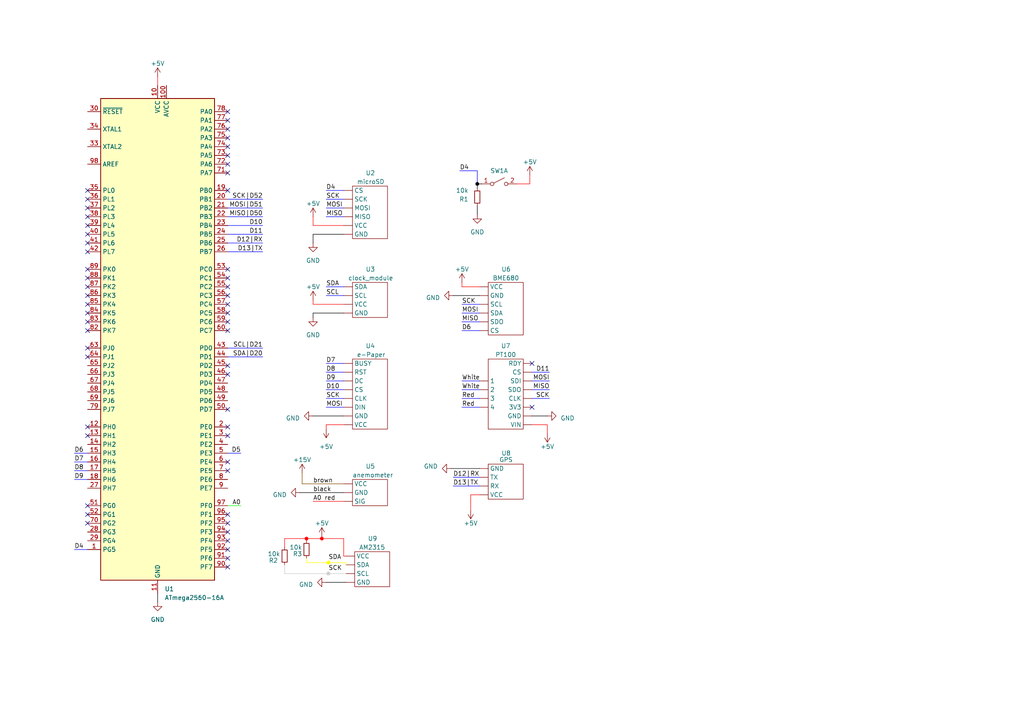
<source format=kicad_sch>
(kicad_sch (version 20230121) (generator eeschema)
  (paper "A4")
  (lib_symbols
    (symbol "Device:R_Small" (pin_numbers hide) (pin_names (offset 0.254) hide)
      (property "Reference" "R" (at 0.762 0.508 0))
      (property "Value" "R_Small" (at 0.762 -1.016 0))
      (symbol "R_Small_0_1"
        (rectangle (start -0.762 1.778) (end 0.762 -1.778) (stroke (width 0.2032)))
      )
      (symbol "R_Small_1_1"
        (pin passive line (at 0 2.54 270) (length 0.762) (name "~") (number "1"))
        (pin passive line (at 0 -2.54 90) (length 0.762) (name "~") (number "2"))
      )
    )
    (symbol "MCU_Microchip_ATmega:ATmega2560-16A"
      (property "Reference" "U" (at 0 1.27 0))
      (property "Value" "ATmega2560-16A" (at 0 -1.27 0))
      (symbol "ATmega2560-16A_0_1"
        (rectangle (start -16.51 -69.85) (end 16.51 69.85) (stroke (width 0.254)) (fill (type background)))
      )
      (symbol "ATmega2560-16A_1_1"
        (pin bidirectional line (at -20.32 -60.96 0) (length 3.81) (name "PG5") (number "1"))
        (pin power_in line (at 0 73.66 270) (length 3.81) (name "VCC") (number "10"))
        (pin power_in line (at 2.54 73.66 270) (length 3.81) (name "AVCC") (number "100"))
        (pin power_in line (at 0 -73.66 90) (length 3.81) (name "GND") (number "11"))
        (pin bidirectional line (at -20.32 -25.4 0) (length 3.81) (name "PH0") (number "12"))
        (pin bidirectional line (at -20.32 -27.94 0) (length 3.81) (name "PH1") (number "13"))
        (pin bidirectional line (at -20.32 -30.48 0) (length 3.81) (name "PH2") (number "14"))
        (pin bidirectional line (at -20.32 -33.02 0) (length 3.81) (name "PH3") (number "15"))
        (pin bidirectional line (at -20.32 -35.56 0) (length 3.81) (name "PH4") (number "16"))
        (pin bidirectional line (at -20.32 -38.1 0) (length 3.81) (name "PH5") (number "17"))
        (pin bidirectional line (at -20.32 -40.64 0) (length 3.81) (name "PH6") (number "18"))
        (pin bidirectional line (at 20.32 43.18 180) (length 3.81) (name "PB0") (number "19"))
        (pin bidirectional line (at 20.32 -25.4 180) (length 3.81) (name "PE0") (number "2"))
        (pin bidirectional line (at 20.32 40.64 180) (length 3.81) (name "PB1") (number "20"))
        (pin bidirectional line (at 20.32 38.1 180) (length 3.81) (name "PB2") (number "21"))
        (pin bidirectional line (at 20.32 35.56 180) (length 3.81) (name "PB3") (number "22"))
        (pin bidirectional line (at 20.32 33.02 180) (length 3.81) (name "PB4") (number "23"))
        (pin bidirectional line (at 20.32 30.48 180) (length 3.81) (name "PB5") (number "24"))
        (pin bidirectional line (at 20.32 27.94 180) (length 3.81) (name "PB6") (number "25"))
        (pin bidirectional line (at 20.32 25.4 180) (length 3.81) (name "PB7") (number "26"))
        (pin bidirectional line (at -20.32 -43.18 0) (length 3.81) (name "PH7") (number "27"))
        (pin bidirectional line (at -20.32 -55.88 0) (length 3.81) (name "PG3") (number "28"))
        (pin bidirectional line (at -20.32 -58.42 0) (length 3.81) (name "PG4") (number "29"))
        (pin bidirectional line (at 20.32 -27.94 180) (length 3.81) (name "PE1") (number "3"))
        (pin input line (at -20.32 66.04 0) (length 3.81) (name "~{RESET}") (number "30"))
        (pin passive line (at 0 73.66 270) (length 3.81) hide (name "VCC") (number "31"))
        (pin passive line (at 0 -73.66 90) (length 3.81) hide (name "GND") (number "32"))
        (pin output line (at -20.32 55.88 0) (length 3.81) (name "XTAL2") (number "33"))
        (pin input line (at -20.32 60.96 0) (length 3.81) (name "XTAL1") (number "34"))
        (pin bidirectional line (at -20.32 43.18 0) (length 3.81) (name "PL0") (number "35"))
        (pin bidirectional line (at -20.32 40.64 0) (length 3.81) (name "PL1") (number "36"))
        (pin bidirectional line (at -20.32 38.1 0) (length 3.81) (name "PL2") (number "37"))
        (pin bidirectional line (at -20.32 35.56 0) (length 3.81) (name "PL3") (number "38"))
        (pin bidirectional line (at -20.32 33.02 0) (length 3.81) (name "PL4") (number "39"))
        (pin bidirectional line (at 20.32 -30.48 180) (length 3.81) (name "PE2") (number "4"))
        (pin bidirectional line (at -20.32 30.48 0) (length 3.81) (name "PL5") (number "40"))
        (pin bidirectional line (at -20.32 27.94 0) (length 3.81) (name "PL6") (number "41"))
        (pin bidirectional line (at -20.32 25.4 0) (length 3.81) (name "PL7") (number "42"))
        (pin bidirectional line (at 20.32 -2.54 180) (length 3.81) (name "PD0") (number "43"))
        (pin bidirectional line (at 20.32 -5.08 180) (length 3.81) (name "PD1") (number "44"))
        (pin bidirectional line (at 20.32 -7.62 180) (length 3.81) (name "PD2") (number "45"))
        (pin bidirectional line (at 20.32 -10.16 180) (length 3.81) (name "PD3") (number "46"))
        (pin bidirectional line (at 20.32 -12.7 180) (length 3.81) (name "PD4") (number "47"))
        (pin bidirectional line (at 20.32 -15.24 180) (length 3.81) (name "PD5") (number "48"))
        (pin bidirectional line (at 20.32 -17.78 180) (length 3.81) (name "PD6") (number "49"))
        (pin bidirectional line (at 20.32 -33.02 180) (length 3.81) (name "PE3") (number "5"))
        (pin bidirectional line (at 20.32 -20.32 180) (length 3.81) (name "PD7") (number "50"))
        (pin bidirectional line (at -20.32 -48.26 0) (length 3.81) (name "PG0") (number "51"))
        (pin bidirectional line (at -20.32 -50.8 0) (length 3.81) (name "PG1") (number "52"))
        (pin bidirectional line (at 20.32 20.32 180) (length 3.81) (name "PC0") (number "53"))
        (pin bidirectional line (at 20.32 17.78 180) (length 3.81) (name "PC1") (number "54"))
        (pin bidirectional line (at 20.32 15.24 180) (length 3.81) (name "PC2") (number "55"))
        (pin bidirectional line (at 20.32 12.7 180) (length 3.81) (name "PC3") (number "56"))
        (pin bidirectional line (at 20.32 10.16 180) (length 3.81) (name "PC4") (number "57"))
        (pin bidirectional line (at 20.32 7.62 180) (length 3.81) (name "PC5") (number "58"))
        (pin bidirectional line (at 20.32 5.08 180) (length 3.81) (name "PC6") (number "59"))
        (pin bidirectional line (at 20.32 -35.56 180) (length 3.81) (name "PE4") (number "6"))
        (pin bidirectional line (at 20.32 2.54 180) (length 3.81) (name "PC7") (number "60"))
        (pin passive line (at 0 73.66 270) (length 3.81) hide (name "VCC") (number "61"))
        (pin passive line (at 0 -73.66 90) (length 3.81) hide (name "GND") (number "62"))
        (pin bidirectional line (at -20.32 -2.54 0) (length 3.81) (name "PJ0") (number "63"))
        (pin bidirectional line (at -20.32 -5.08 0) (length 3.81) (name "PJ1") (number "64"))
        (pin bidirectional line (at -20.32 -7.62 0) (length 3.81) (name "PJ2") (number "65"))
        (pin bidirectional line (at -20.32 -10.16 0) (length 3.81) (name "PJ3") (number "66"))
        (pin bidirectional line (at -20.32 -12.7 0) (length 3.81) (name "PJ4") (number "67"))
        (pin bidirectional line (at -20.32 -15.24 0) (length 3.81) (name "PJ5") (number "68"))
        (pin bidirectional line (at -20.32 -17.78 0) (length 3.81) (name "PJ6") (number "69"))
        (pin bidirectional line (at 20.32 -38.1 180) (length 3.81) (name "PE5") (number "7"))
        (pin bidirectional line (at -20.32 -53.34 0) (length 3.81) (name "PG2") (number "70"))
        (pin bidirectional line (at 20.32 48.26 180) (length 3.81) (name "PA7") (number "71"))
        (pin bidirectional line (at 20.32 50.8 180) (length 3.81) (name "PA6") (number "72"))
        (pin bidirectional line (at 20.32 53.34 180) (length 3.81) (name "PA5") (number "73"))
        (pin bidirectional line (at 20.32 55.88 180) (length 3.81) (name "PA4") (number "74"))
        (pin bidirectional line (at 20.32 58.42 180) (length 3.81) (name "PA3") (number "75"))
        (pin bidirectional line (at 20.32 60.96 180) (length 3.81) (name "PA2") (number "76"))
        (pin bidirectional line (at 20.32 63.5 180) (length 3.81) (name "PA1") (number "77"))
        (pin bidirectional line (at 20.32 66.04 180) (length 3.81) (name "PA0") (number "78"))
        (pin bidirectional line (at -20.32 -20.32 0) (length 3.81) (name "PJ7") (number "79"))
        (pin bidirectional line (at 20.32 -40.64 180) (length 3.81) (name "PE6") (number "8"))
        (pin passive line (at 0 73.66 270) (length 3.81) hide (name "VCC") (number "80"))
        (pin passive line (at 0 -73.66 90) (length 3.81) hide (name "GND") (number "81"))
        (pin bidirectional line (at -20.32 2.54 0) (length 3.81) (name "PK7") (number "82"))
        (pin bidirectional line (at -20.32 5.08 0) (length 3.81) (name "PK6") (number "83"))
        (pin bidirectional line (at -20.32 7.62 0) (length 3.81) (name "PK5") (number "84"))
        (pin bidirectional line (at -20.32 10.16 0) (length 3.81) (name "PK4") (number "85"))
        (pin bidirectional line (at -20.32 12.7 0) (length 3.81) (name "PK3") (number "86"))
        (pin bidirectional line (at -20.32 15.24 0) (length 3.81) (name "PK2") (number "87"))
        (pin bidirectional line (at -20.32 17.78 0) (length 3.81) (name "PK1") (number "88"))
        (pin bidirectional line (at -20.32 20.32 0) (length 3.81) (name "PK0") (number "89"))
        (pin bidirectional line (at 20.32 -43.18 180) (length 3.81) (name "PE7") (number "9"))
        (pin bidirectional line (at 20.32 -66.04 180) (length 3.81) (name "PF7") (number "90"))
        (pin bidirectional line (at 20.32 -63.5 180) (length 3.81) (name "PF6") (number "91"))
        (pin bidirectional line (at 20.32 -60.96 180) (length 3.81) (name "PF5") (number "92"))
        (pin bidirectional line (at 20.32 -58.42 180) (length 3.81) (name "PF4") (number "93"))
        (pin bidirectional line (at 20.32 -55.88 180) (length 3.81) (name "PF3") (number "94"))
        (pin bidirectional line (at 20.32 -53.34 180) (length 3.81) (name "PF2") (number "95"))
        (pin bidirectional line (at 20.32 -50.8 180) (length 3.81) (name "PF1") (number "96"))
        (pin bidirectional line (at 20.32 -48.26 180) (length 3.81) (name "PF0") (number "97"))
        (pin passive line (at -20.32 50.8 0) (length 3.81) (name "AREF") (number "98"))
        (pin passive line (at 0 -73.66 90) (length 3.81) hide (name "GND") (number "99"))
      )
    )
    (symbol "Switch:SW_DPST_x2" (pin_names (offset 0) hide)
      (property "Reference" "SW" (at 0 3.175 0))
      (property "Value" "SW_DPST_x2" (at 0 -2.54 0))
      (symbol "SW_DPST_x2_0_0"
        (circle (center -2.032 0) (radius 0.508))
        (polyline (pts (xy -1.524 0.254) (xy 1.524 1.778)))
        (circle (center 2.032 0) (radius 0.508))
      )
      (symbol "SW_DPST_x2_1_1"
        (pin passive line (at -5.08 0 0) (length 2.54) (name "A") (number "1"))
        (pin passive line (at 5.08 0 180) (length 2.54) (name "B") (number "2"))
      )
      (symbol "SW_DPST_x2_2_1"
        (pin passive line (at -5.08 0 0) (length 2.54) (name "A") (number "3"))
        (pin passive line (at 5.08 0 180) (length 2.54) (name "B") (number "4"))
      )
    )
    (symbol "custom_components:AM2315" (pin_numbers hide)
      (property "Reference" "U" (at 3.81 8.89 0))
      (property "Value" "AM2315" (at 1.27 6.35 0))
      (symbol "AM2315_0_1"
        (rectangle (start -5.08 5.08) (end 5.08 -5.08))
      )
      (symbol "AM2315_1_1"
        (pin power_in line (at -7.62 3.81 0) (length 2.54) (name "VCC") (number "1"))
        (pin input line (at -7.62 1.27 0) (length 2.54) (name "SDA") (number "2"))
        (pin input line (at -7.62 -1.27 0) (length 2.54) (name "SCL") (number "3"))
        (pin power_in line (at -7.62 -3.81 0) (length 2.54) (name "GND") (number "4"))
      )
    )
    (symbol "custom_components:BME680" (pin_numbers hide)
      (property "Reference" "U" (at 0 12.7 0))
      (property "Value" "BME680" (at 0 10.16 0))
      (symbol "BME680_0_1"
        (rectangle (start -5.08 8.89) (end 5.08 -6.35))
      )
      (symbol "BME680_1_1"
        (pin input line (at -7.62 7.62 0) (length 2.54) (name "VCC") (number "1"))
        (pin input line (at -7.62 5.08 0) (length 2.54) (name "GND") (number "2"))
        (pin input line (at -7.62 2.54 0) (length 2.54) (name "SCL") (number "3"))
        (pin input line (at -7.62 0 0) (length 2.54) (name "SDA") (number "4"))
        (pin input line (at -7.62 -2.54 0) (length 2.54) (name "SDO") (number "5"))
        (pin input line (at -7.62 -5.08 0) (length 2.54) (name "CS") (number "6"))
      )
    )
    (symbol "custom_components:GPS" (pin_numbers hide)
      (property "Reference" "U" (at 0 8.89 0))
      (property "Value" "GPS" (at 0 6.35 0))
      (symbol "GPS_0_1"
        (rectangle (start -5.08 5.08) (end 5.08 -5.08))
      )
      (symbol "GPS_1_1"
        (pin input line (at -7.62 3.81 0) (length 2.54) (name "GND") (number "1"))
        (pin input line (at -7.62 1.27 0) (length 2.54) (name "TX") (number "2"))
        (pin input line (at -7.62 -1.27 0) (length 2.54) (name "RX") (number "3"))
        (pin input line (at -7.62 -3.81 0) (length 2.54) (name "VCC") (number "4"))
      )
    )
    (symbol "custom_components:anemometer" (pin_numbers hide)
      (property "Reference" "U" (at 0 7.62 0))
      (property "Value" "anemometer" (at 0 5.08 0))
      (symbol "anemometer_0_1"
        (rectangle (start -5.08 3.81) (end 5.08 -3.81))
      )
      (symbol "anemometer_1_1"
        (pin input line (at -7.62 2.54 0) (length 2.54) (name "VCC") (number "1"))
        (pin input line (at -7.62 0 0) (length 2.54) (name "GND") (number "2"))
        (pin output line (at -7.62 -2.54 0) (length 2.54) (name "SIG") (number "3"))
      )
    )
    (symbol "custom_components:clock_module" (pin_numbers hide)
      (property "Reference" "U" (at 0 8.89 0))
      (property "Value" "clock_module" (at 0 6.35 0))
      (symbol "clock_module_0_1"
        (rectangle (start -5.08 5.08) (end 5.08 -5.08))
      )
      (symbol "clock_module_1_1"
        (pin bidirectional line (at -7.62 3.81 0) (length 2.54) (name "SDA") (number "1"))
        (pin input line (at -7.62 1.27 0) (length 2.54) (name "SCL") (number "2"))
        (pin input line (at -7.62 -1.27 0) (length 2.54) (name "VCC") (number "3"))
        (pin input line (at -7.62 -3.81 0) (length 2.54) (name "GND") (number "4"))
      )
    )
    (symbol "custom_components:e-Paper" (pin_numbers hide)
      (property "Reference" "U" (at 0 13.97 0))
      (property "Value" "e-Paper" (at 0 11.43 0))
      (symbol "e-Paper_1_1"
        (rectangle (start -5.08 10.16) (end 5.08 -10.16))
        (pin input line (at -7.62 8.89 0) (length 2.54) (name "BUSY") (number "1"))
        (pin input line (at -7.62 6.35 0) (length 2.54) (name "RST") (number "2"))
        (pin input line (at -7.62 3.81 0) (length 2.54) (name "DC") (number "3"))
        (pin input line (at -7.62 1.27 0) (length 2.54) (name "CS") (number "4"))
        (pin input line (at -7.62 -1.27 0) (length 2.54) (name "CLK") (number "5"))
        (pin input line (at -7.62 -3.81 0) (length 2.54) (name "DIN") (number "6"))
        (pin input line (at -7.62 -6.35 0) (length 2.54) (name "GND") (number "7"))
        (pin input line (at -7.62 -8.89 0) (length 2.54) (name "VCC") (number "8"))
      )
    )
    (symbol "custom_components:microSD" (pin_numbers hide)
      (property "Reference" "U" (at 0 11.43 0))
      (property "Value" "microSD" (at 0 8.89 0))
      (symbol "microSD_0_1"
        (rectangle (start -5.08 7.62) (end 5.08 -7.62))
      )
      (symbol "microSD_1_1"
        (pin input line (at -7.62 6.35 0) (length 2.54) (name "CS") (number "1"))
        (pin input line (at -7.62 3.81 0) (length 2.54) (name "SCK") (number "2"))
        (pin input line (at -7.62 1.27 0) (length 2.54) (name "MOSI") (number "3"))
        (pin output line (at -7.62 -1.27 0) (length 2.54) (name "MISO") (number "4"))
        (pin input line (at -7.62 -3.81 0) (length 2.54) (name "VCC") (number "5"))
        (pin input line (at -7.62 -6.35 0) (length 2.54) (name "GND") (number "6"))
      )
    )
    (symbol "custom_components:temperature_inside_pot" (pin_numbers hide)
      (property "Reference" "U" (at 0 11.43 0))
      (property "Value" "PT100" (at 0 8.89 0))
      (symbol "temperature_inside_pot_0_1"
        (rectangle (start -6.35 1.27) (end -6.35 1.27))
        (rectangle (start -5.08 7.62) (end 5.08 -12.7))
      )
      (symbol "temperature_inside_pot_1_1"
        (pin input line (at -7.62 1.27 0) (length 2.54) (name "1") (number "1"))
        (pin input line (at 7.62 -6.35 180) (length 2.54) (name "3V3") (number "10"))
        (pin input line (at 7.62 -8.89 180) (length 2.54) (name "GND") (number "11"))
        (pin input line (at 7.62 -11.43 180) (length 2.54) (name "VIN") (number "12"))
        (pin input line (at -7.62 -1.27 0) (length 2.54) (name "2") (number "2"))
        (pin input line (at -7.62 -3.81 0) (length 2.54) (name "3") (number "3"))
        (pin input line (at -7.62 -6.35 0) (length 2.54) (name "4") (number "4"))
        (pin input line (at 7.62 6.35 180) (length 2.54) (name "RDY") (number "5"))
        (pin input line (at 7.62 3.81 180) (length 2.54) (name "CS") (number "6"))
        (pin input line (at 7.62 1.27 180) (length 2.54) (name "SDI") (number "7"))
        (pin input line (at 7.62 -1.27 180) (length 2.54) (name "SDO") (number "8"))
        (pin input line (at 7.62 -3.81 180) (length 2.54) (name "CLK") (number "9"))
      )
    )
    (symbol "power:+15V" (power) (pin_names (offset 0))
      (property "Value" "+15V" (at 0 3.556 0))
      (symbol "+15V_0_1"
        (polyline (pts (xy -0.762 1.27) (xy 0 2.54)))
        (polyline (pts (xy 0 0) (xy 0 2.54)))
        (polyline (pts (xy 0 2.54) (xy 0.762 1.27)))
      )
      (symbol "+15V_1_1"
        (pin power_in line (at 0 0 90) (length 0) hide (name "+15V") (number "1"))
      )
    )
    (symbol "power:+5V" (power) (pin_names (offset 0))
      (property "Value" "+5V" (at 0 3.556 0))
      (symbol "+5V_0_1"
        (polyline (pts (xy -0.762 1.27) (xy 0 2.54)))
        (polyline (pts (xy 0 0) (xy 0 2.54)))
        (polyline (pts (xy 0 2.54) (xy 0.762 1.27)))
      )
      (symbol "+5V_1_1"
        (pin power_in line (at 0 0 90) (length 0) hide (name "+5V") (number "1"))
      )
    )
    (symbol "power:GND" (power) (pin_names (offset 0))
      (property "Value" "GND" (at 0 -3.81 0))
      (symbol "GND_0_1"
        (polyline (pts (xy 0 0) (xy 0 -1.27) (xy 1.27 -1.27) (xy 0 -2.54) (xy -1.27 -1.27) (xy 0 -1.27)))
      )
      (symbol "GND_1_1"
        (pin power_in line (at 0 0 270) (length 0) hide (name "GND") (number "1"))
      )
    )
  )
  (junction (at 93.345 156.21) (color 255 0 0 1))
  (junction (at 88.9 156.21) (color 255 0 0 1))
  (junction (at 95.25 166.37) (color 200 200 200 1))
  (junction (at 138.43 53.34) (color 0 0 0 1))
  (junction (at 95.25 163.195) (color 255 255 0 1))
  (no_connect (at 66.04 45.085))
  (no_connect (at 66.04 88.265))
  (no_connect (at 25.4 60.325))
  (no_connect (at 25.4 57.785))
  (no_connect (at 66.04 154.305))
  (no_connect (at 66.04 149.225))
  (no_connect (at 66.04 151.765))
  (no_connect (at 25.4 83.185))
  (no_connect (at 66.04 159.385))
  (no_connect (at 66.04 136.525))
  (no_connect (at 25.4 55.245))
  (no_connect (at 66.04 83.185))
  (no_connect (at 66.04 47.625))
  (no_connect (at 66.04 118.745))
  (no_connect (at 66.04 95.885))
  (no_connect (at 66.04 90.805))
  (no_connect (at 25.4 100.965))
  (no_connect (at 66.04 108.585))
  (no_connect (at 66.04 133.985))
  (no_connect (at 66.04 32.385))
  (no_connect (at 66.04 161.925))
  (no_connect (at 66.04 93.345))
  (no_connect (at 66.04 37.465))
  (no_connect (at 25.4 149.225))
  (no_connect (at 25.4 90.805))
  (no_connect (at 25.4 88.265))
  (no_connect (at 66.04 85.725))
  (no_connect (at 66.04 78.105))
  (no_connect (at 66.04 34.925))
  (no_connect (at 25.4 65.405))
  (no_connect (at 66.04 126.365))
  (no_connect (at 25.4 95.885))
  (no_connect (at 25.4 146.685))
  (no_connect (at 25.4 73.025))
  (no_connect (at 66.04 50.165))
  (no_connect (at 154.305 118.11))
  (no_connect (at 25.4 62.865))
  (no_connect (at 25.4 85.725))
  (no_connect (at 25.4 70.485))
  (no_connect (at 154.305 105.41))
  (no_connect (at 25.4 80.645))
  (no_connect (at 66.04 40.005))
  (no_connect (at 66.04 106.045))
  (no_connect (at 66.04 164.465))
  (no_connect (at 66.04 156.845))
  (no_connect (at 25.4 93.345))
  (no_connect (at 66.04 55.245))
  (no_connect (at 25.4 151.765))
  (no_connect (at 25.4 103.505))
  (no_connect (at 25.4 126.365))
  (no_connect (at 25.4 123.825))
  (no_connect (at 25.4 78.105))
  (no_connect (at 66.04 42.545))
  (no_connect (at 66.04 80.645))
  (no_connect (at 25.4 67.945))
  (no_connect (at 66.04 123.825))
  (wire (pts (xy 94.615 118.11) (xy 99.695 118.11)) (stroke (width 0) (color 0 0 255 1)))
  (wire (pts (xy 131.445 85.725) (xy 139.065 85.725)) (stroke (width 0) (color 0 0 0 1)))
  (wire (pts (xy 133.985 83.185) (xy 133.985 81.915)) (stroke (width 0) (color 255 0 0 1)))
  (wire (pts (xy 133.35 49.53) (xy 138.43 49.53)) (stroke (width 0) (color 0 0 255 1)))
  (wire (pts (xy 99.695 161.29) (xy 100.33 161.29)) (stroke (width 0) (color 255 0 0 1)))
  (wire (pts (xy 90.805 67.945) (xy 99.695 67.945)) (stroke (width 0) (color 0 0 0 1)))
  (wire (pts (xy 66.04 70.485) (xy 76.2 70.485)) (stroke (width 0) (color 0 0 255 1)))
  (wire (pts (xy 94.615 83.185) (xy 99.695 83.185)) (stroke (width 0) (color 0 0 255 1)))
  (wire (pts (xy 154.305 113.03) (xy 159.385 113.03)) (stroke (width 0) (color 0 0 255 1)))
  (wire (pts (xy 90.805 88.265) (xy 90.805 86.995)) (stroke (width 0) (color 255 0 0 1)))
  (wire (pts (xy 66.04 103.505) (xy 76.2 103.505)) (stroke (width 0) (color 0 0 255 1)))
  (wire (pts (xy 100.33 163.195) (xy 100.33 163.83)) (stroke (width 0) (color 255 255 0 1)))
  (wire (pts (xy 90.805 90.805) (xy 99.695 90.805)) (stroke (width 0) (color 0 0 0 1)))
  (wire (pts (xy 66.04 60.325) (xy 76.2 60.325)) (stroke (width 0) (color 0 0 255 1)))
  (wire (pts (xy 133.985 115.57) (xy 139.065 115.57)) (stroke (width 0) (color 0 0 255 1)))
  (wire (pts (xy 138.43 62.23) (xy 138.43 59.69)) (stroke (width 0) (color 0 0 0 1)))
  (wire (pts (xy 133.985 88.265) (xy 139.065 88.265)) (stroke (width 0) (color 0 0 255 1)))
  (wire (pts (xy 66.04 65.405) (xy 76.2 65.405)) (stroke (width 0) (color 0 0 255 1)))
  (wire (pts (xy 45.72 172.085) (xy 45.72 174.625)) (stroke (width 0) (color 0 0 0 1)))
  (wire (pts (xy 138.43 49.53) (xy 138.43 53.34)) (stroke (width 0) (color 0 0 255 1)))
  (wire (pts (xy 136.525 143.51) (xy 136.525 147.955)) (stroke (width 0) (color 255 0 0 1)))
  (wire (pts (xy 149.86 53.34) (xy 153.67 53.34)) (stroke (width 0) (color 255 0 0 1)))
  (wire (pts (xy 93.345 155.575) (xy 93.345 156.21)) (stroke (width 0) (color 255 0 0 1)))
  (wire (pts (xy 133.985 95.885) (xy 139.065 95.885)) (stroke (width 0) (color 0 0 255 1)))
  (wire (pts (xy 90.805 90.805) (xy 90.805 92.075)) (stroke (width 0) (color 0 0 0 1)))
  (wire (pts (xy 94.615 123.19) (xy 99.695 123.19)) (stroke (width 0) (color 255 0 0 1)))
  (wire (pts (xy 94.615 168.91) (xy 100.33 168.91)) (stroke (width 0) (color 1 1 1 1)))
  (wire (pts (xy 90.805 65.405) (xy 99.695 65.405)) (stroke (width 0) (color 255 0 0 1)))
  (wire (pts (xy 130.81 135.89) (xy 139.065 135.89)) (stroke (width 0) (color 0 0 0 1)))
  (wire (pts (xy 88.9 156.845) (xy 88.9 156.21)) (stroke (width 0) (color 255 0 0 1)))
  (wire (pts (xy 94.615 60.325) (xy 99.695 60.325)) (stroke (width 0) (color 0 0 255 1)))
  (wire (pts (xy 66.04 100.965) (xy 76.2 100.965)) (stroke (width 0) (color 0 0 255 1)))
  (wire (pts (xy 66.04 67.945) (xy 76.2 67.945)) (stroke (width 0) (color 0 0 255 1)))
  (wire (pts (xy 95.25 163.195) (xy 100.33 163.195)) (stroke (width 0) (color 255 255 0 1)))
  (wire (pts (xy 154.305 123.19) (xy 158.75 123.19)) (stroke (width 0) (color 255 0 0 1)))
  (wire (pts (xy 82.55 166.37) (xy 95.25 166.37)) (stroke (width 0) (color 200 200 200 1)))
  (wire (pts (xy 94.615 57.785) (xy 99.695 57.785)) (stroke (width 0) (color 0 0 255 1)))
  (wire (pts (xy 90.805 88.265) (xy 99.695 88.265)) (stroke (width 0) (color 255 0 0 1)))
  (wire (pts (xy 94.615 85.725) (xy 99.695 85.725)) (stroke (width 0) (color 0 0 255 1)))
  (wire (pts (xy 94.615 113.03) (xy 99.695 113.03)) (stroke (width 0) (color 0 0 255 1)))
  (wire (pts (xy 131.445 140.97) (xy 139.065 140.97)) (stroke (width 0) (color 0 0 255 1)))
  (wire (pts (xy 154.305 115.57) (xy 159.385 115.57)) (stroke (width 0) (color 0 0 255 1)))
  (wire (pts (xy 133.985 118.11) (xy 139.065 118.11)) (stroke (width 0) (color 0 0 255 1)))
  (wire (pts (xy 86.995 142.875) (xy 99.695 142.875)) (stroke (width 0) (color 0 0 0 1)))
  (wire (pts (xy 94.615 105.41) (xy 99.695 105.41)) (stroke (width 0) (color 0 0 255 1)))
  (wire (pts (xy 21.59 131.445) (xy 25.4 131.445)) (stroke (width 0) (color 0 0 255 1)))
  (wire (pts (xy 87.63 140.335) (xy 99.695 140.335)) (stroke (width 0) (color 128 77 0 1)))
  (wire (pts (xy 66.04 57.785) (xy 76.2 57.785)) (stroke (width 0) (color 0 0 255 1)))
  (wire (pts (xy 21.59 133.985) (xy 25.4 133.985)) (stroke (width 0) (color 0 0 255 1)))
  (wire (pts (xy 154.305 110.49) (xy 159.385 110.49)) (stroke (width 0) (color 0 0 255 1)))
  (wire (pts (xy 94.615 115.57) (xy 99.695 115.57)) (stroke (width 0) (color 0 0 255 1)))
  (wire (pts (xy 94.615 55.245) (xy 99.695 55.245)) (stroke (width 0) (color 0 0 255 1)))
  (wire (pts (xy 21.59 159.385) (xy 25.4 159.385)) (stroke (width 0) (color 0 0 255 1)))
  (wire (pts (xy 158.75 123.19) (xy 158.75 125.73)) (stroke (width 0) (color 255 0 0 1)))
  (wire (pts (xy 66.04 62.865) (xy 76.2 62.865)) (stroke (width 0) (color 0 0 255 1)))
  (wire (pts (xy 82.55 156.21) (xy 88.9 156.21)) (stroke (width 0) (color 255 0 0 1)))
  (wire (pts (xy 95.25 162.56) (xy 95.25 163.195)) (stroke (width 0) (color 255 255 0 1)))
  (wire (pts (xy 90.805 67.945) (xy 90.805 70.485)) (stroke (width 0) (color 0 0 0 1)))
  (wire (pts (xy 95.25 165.735) (xy 95.25 166.37)) (stroke (width 0) (color 200 200 200 1)))
  (wire (pts (xy 133.985 83.185) (xy 139.065 83.185)) (stroke (width 0) (color 255 0 0 1)))
  (wire (pts (xy 153.67 53.34) (xy 153.67 50.8)) (stroke (width 0) (color 255 0 0 1)))
  (wire (pts (xy 21.59 139.065) (xy 25.4 139.065)) (stroke (width 0) (color 0 0 255 1)))
  (wire (pts (xy 133.985 90.805) (xy 139.065 90.805)) (stroke (width 0) (color 0 0 255 1)))
  (wire (pts (xy 88.9 163.195) (xy 88.9 161.925)) (stroke (width 0) (color 255 255 0 1)))
  (wire (pts (xy 87.63 140.335) (xy 87.63 137.16)) (stroke (width 0) (color 128 77 0 1)))
  (wire (pts (xy 136.525 143.51) (xy 139.065 143.51)) (stroke (width 0) (color 255 0 0 1)))
  (wire (pts (xy 82.55 158.75) (xy 82.55 156.21)) (stroke (width 0) (color 255 0 0 1)))
  (wire (pts (xy 90.805 120.65) (xy 99.695 120.65)) (stroke (width 0) (color 0 0 0 1)))
  (wire (pts (xy 139.7 53.34) (xy 138.43 53.34)) (stroke (width 0) (color 0 0 0 1)))
  (wire (pts (xy 90.805 145.415) (xy 99.695 145.415)) (stroke (width 0) (color 255 0 0 1)))
  (wire (pts (xy 95.25 166.37) (xy 100.33 166.37)) (stroke (width 0) (color 200 200 200 1)))
  (wire (pts (xy 88.9 163.195) (xy 95.25 163.195)) (stroke (width 0) (color 255 255 0 1)))
  (wire (pts (xy 88.9 156.21) (xy 93.345 156.21)) (stroke (width 0) (color 255 0 0 1)))
  (wire (pts (xy 94.615 62.865) (xy 99.695 62.865)) (stroke (width 0) (color 0 0 255 1)))
  (wire (pts (xy 99.695 156.21) (xy 99.695 161.29)) (stroke (width 0) (color 255 0 0 1)))
  (wire (pts (xy 154.305 120.65) (xy 158.75 120.65)) (stroke (width 0) (color 0 0 0 1)))
  (wire (pts (xy 133.985 110.49) (xy 139.065 110.49)) (stroke (width 0) (color 0 0 255 1)))
  (wire (pts (xy 133.985 113.03) (xy 139.065 113.03)) (stroke (width 0) (color 0 0 255 1)))
  (wire (pts (xy 94.615 123.19) (xy 94.615 124.46)) (stroke (width 0) (color 255 0 0 1)))
  (wire (pts (xy 138.43 53.34) (xy 138.43 54.61)) (stroke (width 0) (color 0 0 0 1)))
  (wire (pts (xy 21.59 136.525) (xy 25.4 136.525)) (stroke (width 0) (color 0 0 255 1)))
  (wire (pts (xy 82.55 163.83) (xy 82.55 166.37)) (stroke (width 0) (color 200 200 200 1)))
  (wire (pts (xy 154.305 107.95) (xy 159.385 107.95)) (stroke (width 0) (color 0 0 255 1)))
  (wire (pts (xy 66.04 131.445) (xy 69.85 131.445)) (stroke (width 0) (color 0 0 255 1)))
  (wire (pts (xy 66.04 146.685) (xy 69.85 146.685)) (stroke (width 0) (color 0 255 0 1)))
  (wire (pts (xy 94.615 110.49) (xy 99.695 110.49)) (stroke (width 0) (color 0 0 255 1)))
  (wire (pts (xy 66.04 73.025) (xy 76.2 73.025)) (stroke (width 0) (color 0 0 255 1)))
  (wire (pts (xy 133.985 93.345) (xy 139.065 93.345)) (stroke (width 0) (color 0 0 255 1)))
  (wire (pts (xy 90.805 65.405) (xy 90.805 62.865)) (stroke (width 0) (color 255 0 0 1)))
  (wire (pts (xy 94.615 107.95) (xy 99.695 107.95)) (stroke (width 0) (color 0 0 255 1)))
  (wire (pts (xy 131.445 138.43) (xy 139.065 138.43)) (stroke (width 0) (color 0 0 255 1)))
  (wire (pts (xy 93.345 156.21) (xy 99.695 156.21)) (stroke (width 0) (color 255 0 0 1)))
  (wire (pts (xy 45.72 22.225) (xy 45.72 24.765)) (stroke (width 0) (color 255 0 0 1)))
  (label "A0" (at 69.85 146.685 180))
  (label "SCK" (at 95.25 165.735 0))
  (label "D11" (at 76.2 67.945 180))
  (label "D4" (at 21.59 159.385 0))
  (label "D12|RX" (at 131.445 138.43 0))
  (label "SCK" (at 94.615 57.785 0))
  (label "D10" (at 76.2 65.405 180))
  (label "White" (at 133.985 110.49 0))
  (label "A0 red" (at 90.805 145.415 0))
  (label "Red" (at 133.985 115.57 0))
  (label "SCL" (at 94.615 85.725 0))
  (label "SCK" (at 94.615 115.57 0))
  (label "D4" (at 133.35 49.53 0))
  (label "MOSI" (at 94.615 118.11 0))
  (label "MOSI|D51" (at 76.2 60.325 180))
  (label "D10" (at 94.615 113.03 0))
  (label "D7" (at 94.615 105.41 0))
  (label "MISO" (at 159.385 113.03 180))
  (label "D13|TX" (at 131.445 140.97 0))
  (label "black" (at 90.805 142.875 0))
  (label "D11" (at 159.385 107.95 180))
  (label "D7" (at 21.59 133.985 0))
  (label "MOSI" (at 133.985 90.805 0))
  (label "D8" (at 21.59 136.525 0))
  (label "D9" (at 94.615 110.49 0))
  (label "MISO" (at 94.615 62.865 0))
  (label "SDA" (at 95.25 162.56 0))
  (label "MOSI" (at 94.615 60.325 0))
  (label "MISO|D50" (at 76.2 62.865 180))
  (label "D9" (at 21.59 139.065 0))
  (label "SCL|D21" (at 76.2 100.965 180))
  (label "D12|RX" (at 76.2 70.485 180))
  (label "SCK" (at 133.985 88.265 0))
  (label "SDA" (at 94.615 83.185 0))
  (label "brown" (at 90.805 140.335 0))
  (label "D4" (at 94.615 55.245 0))
  (label "MOSI" (at 159.385 110.49 180))
  (label "D5" (at 69.85 131.445 180))
  (label "D8" (at 94.615 107.95 0))
  (label "D6" (at 21.59 131.445 0))
  (label "SCK|D52" (at 76.2 57.785 180))
  (label "SDA|D20" (at 76.2 103.505 180))
  (label "D13|TX" (at 76.2 73.025 180))
  (label "SCK" (at 159.385 115.57 180))
  (label "MISO" (at 133.985 93.345 0))
  (label "White" (at 133.985 113.03 0))
  (label "Red" (at 133.985 118.11 0))
  (label "D6" (at 133.985 95.885 0))
  (symbol (lib_id "power:GND") (at 90.805 120.65 270) (unit 1)
    (property "Reference" "#PWR07" (effects hide))
    (property "Value" "GND" (at 86.995 121.285 90) (effects (justify right)))
  )
  (symbol (lib_id "power:GND") (at 45.72 174.625 0) (unit 1)
    (property "Reference" "#PWR02" (effects hide))
    (property "Value" "GND" (at 45.72 179.705 0))
  )
  (symbol (lib_id "power:GND") (at 138.43 62.23 0) (unit 1)
    (property "Reference" "#PWR011" (effects hide))
    (property "Value" "GND" (at 138.43 67.31 0))
  )
  (symbol (lib_id "power:+5V") (at 153.67 50.8 0) (unit 1)
    (property "Reference" "#PWR012" (effects hide))
    (property "Value" "+5V" (at 153.67 46.99 0))
  )
  (symbol (lib_id "power:GND") (at 130.81 135.89 270) (mirror x) (unit 1)
    (property "Reference" "#PWR020" (effects hide))
    (property "Value" "GND" (at 127 135.255 90) (effects (justify right)))
  )
  (symbol (lib_id "power:+15V") (at 87.63 137.16 0) (unit 1)
    (property "Reference" "#PWR021" (effects hide))
    (property "Value" "+15V" (at 87.63 133.35 0))
  )
  (symbol (lib_id "power:+5V") (at 45.72 22.225 0) (unit 1)
    (property "Reference" "#PWR01" (effects hide))
    (property "Value" "+5V" (at 45.72 18.415 0))
  )
  (symbol (lib_id "Device:R_Small") (at 88.9 159.385 180) (unit 1)
    (property "Reference" "R3" (at 87.63 160.655 0) (effects (justify left)))
    (property "Value" "10k" (at 87.63 158.75 0) (effects (justify left)))
  )
  (symbol (lib_id "Device:R_Small") (at 82.55 161.29 180) (unit 1)
    (property "Reference" "R2" (at 80.645 162.56 0) (effects (justify left)))
    (property "Value" "10k" (at 81.28 160.655 0) (effects (justify left)))
  )
  (symbol (lib_id "power:+5V") (at 93.345 155.575 0) (unit 1)
    (property "Reference" "#PWR018" (effects hide))
    (property "Value" "+5V" (at 93.345 151.765 0))
  )
  (symbol (lib_id "power:+5V") (at 158.75 125.73 0) (mirror x) (unit 1)
    (property "Reference" "#PWR015" (effects hide))
    (property "Value" "+5V" (at 158.75 129.54 0))
  )
  (symbol (lib_id "power:+5V") (at 133.985 81.915 0) (unit 1)
    (property "Reference" "#PWR013" (effects hide))
    (property "Value" "+5V" (at 133.985 78.105 0))
  )
  (symbol (lib_id "power:GND") (at 131.445 85.725 270) (unit 1)
    (property "Reference" "#PWR014" (effects hide))
    (property "Value" "GND" (at 127.635 86.36 90) (effects (justify right)))
  )
  (symbol (lib_id "power:+5V") (at 136.525 147.955 0) (mirror x) (unit 1)
    (property "Reference" "#PWR019" (effects hide))
    (property "Value" "+5V" (at 136.525 151.765 0))
  )
  (symbol (lib_id "power:GND") (at 94.615 168.91 270) (unit 1)
    (property "Reference" "#PWR017" (effects hide))
    (property "Value" "GND" (at 90.805 169.545 90) (effects (justify right)))
  )
  (symbol (lib_id "power:+5V") (at 94.615 124.46 180) (unit 1)
    (property "Reference" "#PWR08" (effects hide))
    (property "Value" "+5V" (at 94.615 129.54 0))
  )
  (symbol (lib_id "power:GND") (at 90.805 92.075 0) (unit 1)
    (property "Reference" "#PWR06" (effects hide))
    (property "Value" "GND" (at 90.805 97.155 0))
  )
  (symbol (lib_id "custom_components:temperature_inside_pot") (at 146.685 111.76 0) (unit 1)
    (property "Reference" "U7" (at 146.685 100.33 0))
    (property "Value" "PT100" (at 146.685 102.87 0))
  )
  (symbol (lib_id "Switch:SW_DPST_x2") (at 144.78 53.34 0) (unit 1)
    (property "Reference" "SW1" (at 144.78 49.53 0))
    (property "Value" "SW_DPST_x2" (effects hide))
  )
  (symbol (lib_id "power:GND") (at 158.75 120.65 90) (mirror x) (unit 1)
    (property "Reference" "#PWR016" (effects hide))
    (property "Value" "GND" (at 162.56 121.285 90) (effects (justify right)))
  )
  (symbol (lib_id "power:+5V") (at 90.805 62.865 0) (unit 1)
    (property "Reference" "#PWR03" (effects hide))
    (property "Value" "+5V" (at 90.805 59.055 0))
  )
  (symbol (lib_id "MCU_Microchip_ATmega:ATmega2560-16A") (at 45.72 98.425 0) (unit 1)
    (property "Reference" "U1" (at 47.7394 170.815 0) (effects (justify left)))
    (property "Value" "ATmega2560-16A" (at 47.7394 173.355 0) (effects (justify left)))
    (property "Footprint" "Package_QFP:TQFP-100_14x14mm_P0.5mm" (effects hide))
    (property "Datasheet" "http://ww1.microchip.com/downloads/en/DeviceDoc/Atmel-2549-8-bit-AVR-Microcontroller-ATmega640-1280-1281-2560-2561_datasheet.pdf" (effects hide))
  )
  (symbol (lib_id "power:+5V") (at 90.805 86.995 0) (unit 1)
    (property "Reference" "#PWR05" (effects hide))
    (property "Value" "+5V" (at 90.805 83.185 0))
  )
  (symbol (lib_id "custom_components:microSD") (at 107.315 61.595 0) (unit 1)
    (property "Reference" "U2" (at 106.045 50.165 0) (effects (justify left)))
    (property "Value" "microSD" (at 103.505 52.705 0) (effects (justify left)))
  )
  (symbol (lib_id "custom_components:e-Paper") (at 107.315 114.3 0) (unit 1)
    (property "Reference" "U4" (at 106.045 100.33 0) (effects (justify left)))
    (property "Value" "e-Paper" (at 103.505 102.87 0) (effects (justify left)))
  )
  (symbol (lib_id "power:GND") (at 86.995 142.875 270) (unit 1)
    (property "Reference" "#PWR010" (effects hide))
    (property "Value" "GND" (at 83.185 143.51 90) (effects (justify right)))
  )
  (symbol (lib_id "Device:R_Small") (at 138.43 57.15 180) (unit 1)
    (property "Reference" "R1" (at 135.89 57.785 0) (effects (justify left)))
    (property "Value" "10k" (at 135.89 55.245 0) (effects (justify left)))
  )
  (symbol (lib_id "custom_components:anemometer") (at 107.315 142.875 0) (unit 1)
    (property "Reference" "U5" (at 106.045 135.255 0) (effects (justify left)))
    (property "Value" "anemometer" (at 102.235 137.795 0) (effects (justify left)))
  )
  (symbol (lib_id "custom_components:clock_module") (at 107.315 86.995 0) (unit 1)
    (property "Reference" "U3" (at 106.045 78.105 0) (effects (justify left)))
    (property "Value" "clock_module" (at 100.965 80.645 0) (effects (justify left)))
  )
  (symbol (lib_id "custom_components:GPS") (at 146.685 139.7 0) (unit 1)
    (property "Reference" "U8" (at 145.415 131.445 0) (effects (justify left)))
    (property "Value" "GPS" (at 144.78 133.35 0) (effects (justify left)))
  )
  (symbol (lib_id "custom_components:AM2315") (at 107.95 165.1 0) (unit 1)
    (property "Reference" "U9" (at 106.68 156.21 0) (effects (justify left)))
    (property "Value" "AM2315" (at 104.14 158.75 0) (effects (justify left)))
  )
  (symbol (lib_id "power:GND") (at 90.805 70.485 0) (unit 1)
    (property "Reference" "#PWR04" (effects hide))
    (property "Value" "GND" (at 90.805 75.565 0))
  )
  (symbol (lib_id "custom_components:BME680") (at 146.685 90.805 0) (unit 1)
    (property "Reference" "U6" (at 145.415 78.105 0) (effects (justify left)))
    (property "Value" "BME680" (at 142.875 80.645 0) (effects (justify left)))
  )
)
</source>
